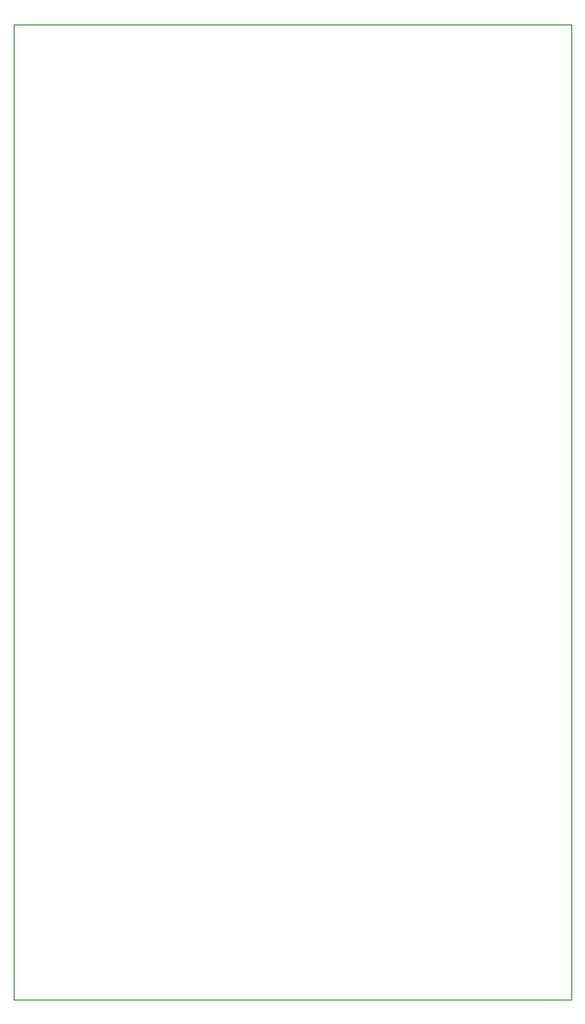
<source format=gm1>
%TF.GenerationSoftware,KiCad,Pcbnew,7.0.2*%
%TF.CreationDate,2023-05-22T00:30:28+09:00*%
%TF.ProjectId,16seg,31367365-672e-46b6-9963-61645f706362,rev?*%
%TF.SameCoordinates,Original*%
%TF.FileFunction,Profile,NP*%
%FSLAX46Y46*%
G04 Gerber Fmt 4.6, Leading zero omitted, Abs format (unit mm)*
G04 Created by KiCad (PCBNEW 7.0.2) date 2023-05-22 00:30:28*
%MOMM*%
%LPD*%
G01*
G04 APERTURE LIST*
%TA.AperFunction,Profile*%
%ADD10C,0.010000*%
%TD*%
G04 APERTURE END LIST*
D10*
X134730000Y-29600000D02*
X183050000Y-29600000D01*
X183050000Y-113991522D01*
X134730000Y-113991522D01*
X134730000Y-29600000D01*
M02*

</source>
